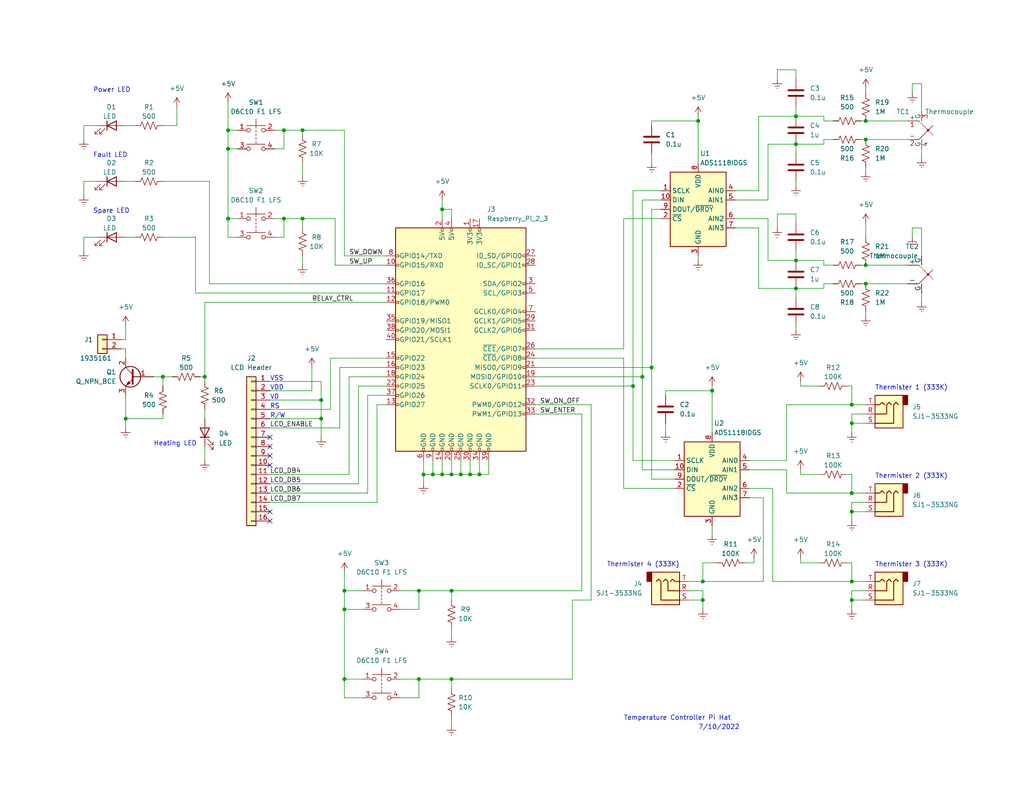
<source format=kicad_sch>
(kicad_sch (version 20211123) (generator eeschema)
  (paper "USLetter")
  (lib_symbols
    (symbol "Analog_ADC:ADS1118IDGS"
      (property "Reference" "U" (at 1.27 13.97 0))
      (property "Value" "ADS1118IDGS" (at 1.27 11.43 0))
      (symbol "ADS1118IDGS_1_1"
        (pin input line (at 10.16 5.08 180) (length 2.54) (name "SCLK") (number "1"))
        (pin input line (at 10.16 2.54 180) (length 2.54) (name "DIN") (number "10"))
        (pin input line (at 10.16 -2.54 180) (length 2.54) (name "~{CS}") (number "2"))
        (pin power_in line (at 0 -12.7 90) (length 2.54) (name "GND") (number "3"))
        (pin input line (at -10.16 5.08 0) (length 2.54) (name "AIN0") (number "4"))
        (pin input line (at -10.16 2.54 0) (length 2.54) (name "AIN1") (number "5"))
        (pin input line (at -10.16 -2.54 0) (length 2.54) (name "AIN2") (number "6"))
        (pin input line (at -10.16 -5.08 0) (length 2.54) (name "AIN3") (number "7"))
        (pin power_in line (at 0 12.7 270) (length 2.54) (name "VDD") (number "8"))
        (pin output line (at 10.16 0 180) (length 2.54) (name "DOUT/~{DRDY}") (number "9"))
      )
    )
    (symbol "Connector:AudioJack3"
      (property "Reference" "J" (at 0 8.89 0))
      (property "Value" "AudioJack3" (at 0 6.35 0))
      (symbol "AudioJack3_1_1"
        (pin passive line (at 5.08 0 180) (length 2.54) (name "~") (number "R"))
        (pin passive line (at 5.08 2.54 180) (length 2.54) (name "~") (number "S"))
        (pin passive line (at 5.08 -2.54 180) (length 2.54) (name "~") (number "T"))
      )
    )
    (symbol "Connector:Raspberry_Pi_2_3" (pin_names (offset 1.016))
      (property "Reference" "J" (at -17.78 31.75 0))
      (property "Value" "Raspberry_Pi_2_3" (at 10.16 -31.75 0))
      (symbol "Raspberry_Pi_2_3_1_1"
        (pin power_in line (at 2.54 33.02 270) (length 2.54) (name "3V3") (number "1"))
        (pin bidirectional line (at -20.32 20.32 0) (length 2.54) (name "GPIO15/RXD") (number "10"))
        (pin bidirectional line (at -20.32 12.7 0) (length 2.54) (name "GPIO17") (number "11"))
        (pin bidirectional line (at -20.32 10.16 0) (length 2.54) (name "GPIO18/PWM0") (number "12"))
        (pin bidirectional line (at -20.32 -17.78 0) (length 2.54) (name "GPIO27") (number "13"))
        (pin power_in line (at -5.08 -33.02 90) (length 2.54) (name "GND") (number "14"))
        (pin bidirectional line (at -20.32 -5.08 0) (length 2.54) (name "GPIO22") (number "15"))
        (pin bidirectional line (at -20.32 -7.62 0) (length 2.54) (name "GPIO23") (number "16"))
        (pin power_in line (at 5.08 33.02 270) (length 2.54) (name "3V3") (number "17"))
        (pin bidirectional line (at -20.32 -10.16 0) (length 2.54) (name "GPIO24") (number "18"))
        (pin bidirectional line (at 20.32 -10.16 180) (length 2.54) (name "MOSI0/GPIO10") (number "19"))
        (pin power_in line (at -5.08 33.02 270) (length 2.54) (name "5V") (number "2"))
        (pin power_in line (at -2.54 -33.02 90) (length 2.54) (name "GND") (number "20"))
        (pin bidirectional line (at 20.32 -7.62 180) (length 2.54) (name "MISO0/GPIO9") (number "21"))
        (pin bidirectional line (at -20.32 -12.7 0) (length 2.54) (name "GPIO25") (number "22"))
        (pin bidirectional line (at 20.32 -12.7 180) (length 2.54) (name "SCLK0/GPIO11") (number "23"))
        (pin bidirectional line (at 20.32 -5.08 180) (length 2.54) (name "~{CE0}/GPIO8") (number "24"))
        (pin power_in line (at 0 -33.02 90) (length 2.54) (name "GND") (number "25"))
        (pin bidirectional line (at 20.32 -2.54 180) (length 2.54) (name "~{CE1}/GPIO7") (number "26"))
        (pin bidirectional line (at 20.32 22.86 180) (length 2.54) (name "ID_SD/GPIO0") (number "27"))
        (pin bidirectional line (at 20.32 20.32 180) (length 2.54) (name "ID_SC/GPIO1") (number "28"))
        (pin bidirectional line (at 20.32 5.08 180) (length 2.54) (name "GCLK1/GPIO5") (number "29"))
        (pin bidirectional line (at 20.32 15.24 180) (length 2.54) (name "SDA/GPIO2") (number "3"))
        (pin power_in line (at 2.54 -33.02 90) (length 2.54) (name "GND") (number "30"))
        (pin bidirectional line (at 20.32 2.54 180) (length 2.54) (name "GCLK2/GPIO6") (number "31"))
        (pin bidirectional line (at 20.32 -17.78 180) (length 2.54) (name "PWM0/GPIO12") (number "32"))
        (pin bidirectional line (at 20.32 -20.32 180) (length 2.54) (name "PWM1/GPIO13") (number "33"))
        (pin power_in line (at 5.08 -33.02 90) (length 2.54) (name "GND") (number "34"))
        (pin bidirectional line (at -20.32 5.08 0) (length 2.54) (name "GPIO19/MISO1") (number "35"))
        (pin bidirectional line (at -20.32 15.24 0) (length 2.54) (name "GPIO16") (number "36"))
        (pin bidirectional line (at -20.32 -15.24 0) (length 2.54) (name "GPIO26") (number "37"))
        (pin bidirectional line (at -20.32 2.54 0) (length 2.54) (name "GPIO20/MOSI1") (number "38"))
        (pin power_in line (at 7.62 -33.02 90) (length 2.54) (name "GND") (number "39"))
        (pin power_in line (at -2.54 33.02 270) (length 2.54) (name "5V") (number "4"))
        (pin bidirectional line (at -20.32 0 0) (length 2.54) (name "GPIO21/SCLK1") (number "40"))
        (pin bidirectional line (at 20.32 12.7 180) (length 2.54) (name "SCL/GPIO3") (number "5"))
        (pin power_in line (at -10.16 -33.02 90) (length 2.54) (name "GND") (number "6"))
        (pin bidirectional line (at 20.32 7.62 180) (length 2.54) (name "GCLK0/GPIO4") (number "7"))
        (pin bidirectional line (at -20.32 22.86 0) (length 2.54) (name "GPIO14/TXD") (number "8"))
        (pin power_in line (at -7.62 -33.02 90) (length 2.54) (name "GND") (number "9"))
      )
    )
    (symbol "Connector_Generic:Conn_01x02" (pin_names (offset 1.016) hide)
      (property "Reference" "J" (at 0 2.54 0))
      (property "Value" "Conn_01x02" (at 0 -5.08 0))
      (symbol "Conn_01x02_1_1"
        (pin passive line (at -5.08 0 0) (length 3.81) (name "Pin_1") (number "1"))
        (pin passive line (at -5.08 -2.54 0) (length 3.81) (name "Pin_2") (number "2"))
      )
    )
    (symbol "Connector_Generic:Conn_01x16" (pin_names (offset 1.016) hide)
      (property "Reference" "J" (at 0 20.32 0))
      (property "Value" "Conn_01x16" (at 0 -22.86 0))
      (symbol "Conn_01x16_1_1"
        (pin passive line (at -5.08 17.78 0) (length 3.81) (name "Pin_1") (number "1"))
        (pin passive line (at -5.08 -5.08 0) (length 3.81) (name "Pin_10") (number "10"))
        (pin passive line (at -5.08 -7.62 0) (length 3.81) (name "Pin_11") (number "11"))
        (pin passive line (at -5.08 -10.16 0) (length 3.81) (name "Pin_12") (number "12"))
        (pin passive line (at -5.08 -12.7 0) (length 3.81) (name "Pin_13") (number "13"))
        (pin passive line (at -5.08 -15.24 0) (length 3.81) (name "Pin_14") (number "14"))
        (pin passive line (at -5.08 -17.78 0) (length 3.81) (name "Pin_15") (number "15"))
        (pin passive line (at -5.08 -20.32 0) (length 3.81) (name "Pin_16") (number "16"))
        (pin passive line (at -5.08 15.24 0) (length 3.81) (name "Pin_2") (number "2"))
        (pin passive line (at -5.08 12.7 0) (length 3.81) (name "Pin_3") (number "3"))
        (pin passive line (at -5.08 10.16 0) (length 3.81) (name "Pin_4") (number "4"))
        (pin passive line (at -5.08 7.62 0) (length 3.81) (name "Pin_5") (number "5"))
        (pin passive line (at -5.08 5.08 0) (length 3.81) (name "Pin_6") (number "6"))
        (pin passive line (at -5.08 2.54 0) (length 3.81) (name "Pin_7") (number "7"))
        (pin passive line (at -5.08 0 0) (length 3.81) (name "Pin_8") (number "8"))
        (pin passive line (at -5.08 -2.54 0) (length 3.81) (name "Pin_9") (number "9"))
      )
    )
    (symbol "Device:C" (pin_numbers hide) (pin_names (offset 0.254))
      (property "Reference" "C" (at 0.635 2.54 0))
      (property "Value" "C" (at 0.635 -2.54 0))
      (symbol "C_1_1"
        (pin passive line (at 0 3.81 270) (length 2.794) (name "~") (number "1"))
        (pin passive line (at 0 -3.81 90) (length 2.794) (name "~") (number "2"))
      )
    )
    (symbol "Device:LED" (pin_numbers hide) (pin_names (offset 1.016) hide)
      (property "Reference" "D" (at 0 2.54 0))
      (property "Value" "LED" (at 0 -2.54 0))
      (symbol "LED_1_1"
        (pin passive line (at -3.81 0 0) (length 2.54) (name "K") (number "1"))
        (pin passive line (at 3.81 0 180) (length 2.54) (name "A") (number "2"))
      )
    )
    (symbol "Device:Q_NPN_BCE" (pin_names (offset 0) hide)
      (property "Reference" "Q" (at 5.08 1.27 0))
      (property "Value" "Q_NPN_BCE" (at 5.08 -1.27 0))
      (symbol "Q_NPN_BCE_1_1"
        (pin input line (at -5.08 0 0) (length 5.715) (name "B") (number "1"))
        (pin passive line (at 2.54 5.08 270) (length 2.54) (name "C") (number "2"))
        (pin passive line (at 2.54 -5.08 90) (length 2.54) (name "E") (number "3"))
      )
    )
    (symbol "Device:R_US" (pin_numbers hide) (pin_names (offset 0))
      (property "Reference" "R" (at 2.54 0 90))
      (property "Value" "R_US" (at -2.54 0 90))
      (symbol "R_US_1_1"
        (pin passive line (at 0 3.81 270) (length 1.27) (name "~") (number "1"))
        (pin passive line (at 0 -3.81 90) (length 1.27) (name "~") (number "2"))
      )
    )
    (symbol "Device:Thermocouple" (pin_names (offset 0))
      (property "Reference" "TC?" (at 1.27 7.62 0))
      (property "Value" "Thermocouple" (at 6.35 5.08 0))
      (symbol "Thermocouple_1_1"
        (pin passive line (at 2.54 2.54 180) (length 2.54) (name "+") (number "1"))
        (pin passive line (at 2.54 -2.54 180) (length 2.54) (name "-") (number "2"))
        (pin passive line (at -1.27 5.08 270) (length 2.54) (name "G") (number "3"))
        (pin passive line (at -1.27 -5.08 90) (length 2.54) (name "G") (number "4"))
      )
    )
    (symbol "Switch:SW_Push_Dual" (pin_names (offset 1.016) hide)
      (property "Reference" "SW" (at 1.27 2.54 0))
      (property "Value" "SW_Push_Dual" (at 0 -6.858 0))
      (symbol "SW_Push_Dual_0_1"
        (pin passive line (at -5.08 0 0) (length 2.54) (name "1") (number "1"))
        (pin passive line (at 5.08 0 180) (length 2.54) (name "2") (number "2"))
        (pin passive line (at -5.08 -5.08 0) (length 2.54) (name "3") (number "3"))
        (pin passive line (at 5.08 -5.08 180) (length 2.54) (name "4") (number "4"))
      )
    )
    (symbol "Thermocouple_1" (pin_numbers hide) (pin_names (offset 0))
      (property "Reference" "TC?" (at 1.27 7.62 0))
      (property "Value" "Thermocouple_1" (at 6.35 5.08 0))
      (symbol "Thermocouple_1_1_1"
        (pin passive line (at 2.54 2.54 180) (length 2.54) (name "+") (number "1"))
        (pin passive line (at 2.54 -2.54 180) (length 2.54) (name "-") (number "2"))
        (pin passive line (at -1.27 5.08 270) (length 2.54) (name "G") (number "3"))
        (pin passive line (at -1.27 -5.08 90) (length 2.54) (name "G") (number "4"))
      )
    )
    (symbol "power:+5V" (power) (pin_names (offset 0))
      (property "Value" "+5V" (at 0 3.556 0))
      (symbol "+5V_1_1"
        (pin power_in line (at 0 0 90) (length 0) hide (name "+5V") (number "1"))
      )
    )
    (symbol "power:GNDREF" (power) (pin_names (offset 0))
      (property "Value" "GNDREF" (at 0 -3.81 0))
      (symbol "GNDREF_1_1"
        (pin power_in line (at 0 0 270) (length 0) hide (name "GNDREF") (number "1"))
      )
    )
  )
  (junction (at 125.73 129.54))
  (junction (at 77.47 35.56))
  (junction (at 232.41 115.57))
  (junction (at 118.11 129.54))
  (junction (at 190.5 33.02))
  (junction (at 82.55 59.69))
  (junction (at 232.41 110.49))
  (junction (at 87.63 109.22))
  (junction (at 55.88 102.87))
  (junction (at 232.41 134.62))
  (junction (at 114.3 185.42))
  (junction (at 128.27 129.54))
  (junction (at 93.98 166.37))
  (junction (at 62.23 40.64))
  (junction (at 120.65 129.54))
  (junction (at 93.98 161.29))
  (junction (at 194.31 106.68))
  (junction (at 232.41 139.7))
  (junction (at 123.19 161.29))
  (junction (at 236.22 77.47))
  (junction (at 82.55 35.56))
  (junction (at 34.29 114.3))
  (junction (at 232.41 163.83))
  (junction (at 232.41 158.75))
  (junction (at 44.45 102.87))
  (junction (at 236.22 33.02))
  (junction (at 217.17 78.74))
  (junction (at 191.77 163.83))
  (junction (at 62.23 35.56))
  (junction (at 123.19 129.54))
  (junction (at 191.77 158.75))
  (junction (at 93.98 185.42))
  (junction (at 120.65 57.15))
  (junction (at 115.57 129.54))
  (junction (at 175.26 102.87))
  (junction (at 217.17 31.75))
  (junction (at 123.19 185.42))
  (junction (at 236.22 72.39))
  (junction (at 217.17 39.37))
  (junction (at 62.23 59.69))
  (junction (at 217.17 71.12))
  (junction (at 172.72 105.41))
  (junction (at 130.81 129.54))
  (junction (at 177.8 100.33))
  (junction (at 77.47 59.69))
  (junction (at 114.3 161.29))
  (junction (at 236.22 38.1))
  (junction (at 87.63 114.3))
  (no_connect (at 73.66 142.24))
  (no_connect (at 73.66 139.7))
  (no_connect (at 73.66 121.92))
  (no_connect (at 73.66 119.38))
  (no_connect (at 73.66 124.46))
  (no_connect (at 73.66 127))
  (wire (pts (xy 44.45 64.77) (xy 53.34 64.77)))
  (wire (pts (xy 232.41 129.54) (xy 232.41 134.62)))
  (wire (pts (xy 93.98 69.85) (xy 105.41 69.85)))
  (wire (pts (xy 115.57 129.54) (xy 115.57 132.08)))
  (wire (pts (xy 251.46 30.48) (xy 251.46 22.86)))
  (wire (pts (xy 120.65 125.73) (xy 120.65 129.54)))
  (wire (pts (xy 73.66 137.16) (xy 102.87 137.16)))
  (wire (pts (xy 217.17 88.9) (xy 217.17 90.17)))
  (wire (pts (xy 232.41 134.62) (xy 236.22 134.62)))
  (wire (pts (xy 251.46 80.01) (xy 251.46 82.55)))
  (wire (pts (xy 209.55 59.69) (xy 209.55 71.12)))
  (wire (pts (xy 118.11 129.54) (xy 120.65 129.54)))
  (wire (pts (xy 232.41 153.67) (xy 232.41 158.75)))
  (wire (pts (xy 232.41 139.7) (xy 232.41 142.24)))
  (wire (pts (xy 115.57 125.73) (xy 115.57 129.54)))
  (wire (pts (xy 82.55 35.56) (xy 93.98 35.56)))
  (wire (pts (xy 190.5 33.02) (xy 190.5 44.45)))
  (wire (pts (xy 55.88 82.55) (xy 105.41 82.55)))
  (wire (pts (xy 236.22 115.57) (xy 232.41 115.57)))
  (wire (pts (xy 212.09 58.42) (xy 217.17 58.42)))
  (wire (pts (xy 74.93 59.69) (xy 77.47 59.69)))
  (wire (pts (xy 125.73 125.73) (xy 125.73 129.54)))
  (wire (pts (xy 73.66 111.76) (xy 90.17 111.76)))
  (wire (pts (xy 224.79 72.39) (xy 224.79 71.12)))
  (wire (pts (xy 62.23 64.77) (xy 64.77 64.77)))
  (wire (pts (xy 62.23 35.56) (xy 64.77 35.56)))
  (wire (pts (xy 36.83 64.77) (xy 34.29 64.77)))
  (wire (pts (xy 22.86 34.29) (xy 26.67 34.29)))
  (wire (pts (xy 232.41 161.29) (xy 232.41 163.83)))
  (wire (pts (xy 170.18 59.69) (xy 180.34 59.69)))
  (wire (pts (xy 210.82 133.35) (xy 210.82 158.75)))
  (wire (pts (xy 146.05 110.49) (xy 161.29 110.49)))
  (wire (pts (xy 214.63 128.27) (xy 214.63 134.62)))
  (wire (pts (xy 227.33 72.39) (xy 224.79 72.39)))
  (wire (pts (xy 170.18 95.25) (xy 170.18 59.69)))
  (wire (pts (xy 236.22 85.09) (xy 236.22 86.36)))
  (wire (pts (xy 100.33 134.62) (xy 73.66 134.62)))
  (wire (pts (xy 204.47 133.35) (xy 210.82 133.35)))
  (wire (pts (xy 232.41 105.41) (xy 231.14 105.41)))
  (wire (pts (xy 82.55 44.45) (xy 82.55 48.26)))
  (wire (pts (xy 204.47 125.73) (xy 214.63 125.73)))
  (wire (pts (xy 224.79 78.74) (xy 217.17 78.74)))
  (wire (pts (xy 236.22 139.7) (xy 232.41 139.7)))
  (wire (pts (xy 74.93 40.64) (xy 77.47 40.64)))
  (wire (pts (xy 210.82 158.75) (xy 232.41 158.75)))
  (wire (pts (xy 82.55 59.69) (xy 91.44 59.69)))
  (wire (pts (xy 73.66 116.84) (xy 92.71 116.84)))
  (wire (pts (xy 209.55 59.69) (xy 200.66 59.69)))
  (wire (pts (xy 232.41 115.57) (xy 232.41 118.11)))
  (wire (pts (xy 236.22 45.72) (xy 236.22 46.99)))
  (wire (pts (xy 33.02 95.25) (xy 34.29 95.25)))
  (wire (pts (xy 236.22 33.02) (xy 247.65 33.02)))
  (wire (pts (xy 217.17 78.74) (xy 217.17 81.28)))
  (wire (pts (xy 114.3 185.42) (xy 123.19 185.42)))
  (wire (pts (xy 92.71 116.84) (xy 92.71 100.33)))
  (wire (pts (xy 175.26 102.87) (xy 175.26 128.27)))
  (wire (pts (xy 175.26 128.27) (xy 184.15 128.27)))
  (wire (pts (xy 207.01 62.23) (xy 200.66 62.23)))
  (wire (pts (xy 218.44 105.41) (xy 223.52 105.41)))
  (wire (pts (xy 93.98 166.37) (xy 93.98 185.42)))
  (wire (pts (xy 34.29 114.3) (xy 34.29 107.95)))
  (wire (pts (xy 82.55 69.85) (xy 82.55 72.39)))
  (wire (pts (xy 191.77 153.67) (xy 195.58 153.67)))
  (wire (pts (xy 73.66 106.68) (xy 85.09 106.68)))
  (wire (pts (xy 203.2 153.67) (xy 205.74 153.67)))
  (wire (pts (xy 82.55 59.69) (xy 82.55 62.23)))
  (wire (pts (xy 120.65 57.15) (xy 120.65 59.69)))
  (wire (pts (xy 218.44 152.4) (xy 218.44 153.67)))
  (wire (pts (xy 125.73 129.54) (xy 128.27 129.54)))
  (wire (pts (xy 57.15 49.53) (xy 57.15 77.47)))
  (wire (pts (xy 212.09 62.23) (xy 212.09 58.42)))
  (wire (pts (xy 77.47 40.64) (xy 77.47 35.56)))
  (wire (pts (xy 55.88 111.76) (xy 55.88 114.3)))
  (wire (pts (xy 91.44 72.39) (xy 105.41 72.39)))
  (wire (pts (xy 123.19 129.54) (xy 125.73 129.54)))
  (wire (pts (xy 93.98 161.29) (xy 99.06 161.29)))
  (wire (pts (xy 251.46 62.23) (xy 251.46 69.85)))
  (wire (pts (xy 190.5 71.12) (xy 190.5 69.85)))
  (wire (pts (xy 93.98 156.21) (xy 93.98 161.29)))
  (wire (pts (xy 109.22 166.37) (xy 114.3 166.37)))
  (wire (pts (xy 146.05 97.79) (xy 170.18 97.79)))
  (wire (pts (xy 74.93 35.56) (xy 77.47 35.56)))
  (wire (pts (xy 109.22 190.5) (xy 114.3 190.5)))
  (wire (pts (xy 232.41 129.54) (xy 231.14 129.54)))
  (wire (pts (xy 191.77 163.83) (xy 191.77 166.37)))
  (wire (pts (xy 133.35 129.54) (xy 133.35 125.73)))
  (wire (pts (xy 22.86 49.53) (xy 26.67 49.53)))
  (wire (pts (xy 236.22 113.03) (xy 232.41 113.03)))
  (wire (pts (xy 177.8 130.81) (xy 184.15 130.81)))
  (wire (pts (xy 146.05 113.03) (xy 158.75 113.03)))
  (wire (pts (xy 102.87 137.16) (xy 102.87 110.49)))
  (wire (pts (xy 73.66 109.22) (xy 87.63 109.22)))
  (wire (pts (xy 120.65 129.54) (xy 123.19 129.54)))
  (wire (pts (xy 177.8 33.02) (xy 190.5 33.02)))
  (wire (pts (xy 217.17 39.37) (xy 209.55 39.37)))
  (wire (pts (xy 93.98 35.56) (xy 93.98 69.85)))
  (wire (pts (xy 146.05 95.25) (xy 170.18 95.25)))
  (wire (pts (xy 212.09 19.05) (xy 217.17 19.05)))
  (wire (pts (xy 251.46 40.64) (xy 251.46 43.18)))
  (wire (pts (xy 115.57 129.54) (xy 118.11 129.54)))
  (wire (pts (xy 234.95 72.39) (xy 236.22 72.39)))
  (wire (pts (xy 177.8 34.29) (xy 177.8 33.02)))
  (wire (pts (xy 73.66 104.14) (xy 87.63 104.14)))
  (wire (pts (xy 34.29 114.3) (xy 34.29 116.84)))
  (wire (pts (xy 205.74 152.4) (xy 205.74 153.67)))
  (wire (pts (xy 55.88 121.92) (xy 55.88 125.73)))
  (wire (pts (xy 194.31 106.68) (xy 194.31 118.11)))
  (wire (pts (xy 207.01 52.07) (xy 200.66 52.07)))
  (wire (pts (xy 87.63 109.22) (xy 87.63 114.3)))
  (wire (pts (xy 218.44 129.54) (xy 223.52 129.54)))
  (wire (pts (xy 109.22 161.29) (xy 114.3 161.29)))
  (wire (pts (xy 128.27 125.73) (xy 128.27 129.54)))
  (wire (pts (xy 22.86 34.29) (xy 22.86 38.1)))
  (wire (pts (xy 62.23 59.69) (xy 64.77 59.69)))
  (wire (pts (xy 236.22 137.16) (xy 232.41 137.16)))
  (wire (pts (xy 214.63 110.49) (xy 214.63 125.73)))
  (wire (pts (xy 95.25 102.87) (xy 95.25 129.54)))
  (wire (pts (xy 217.17 39.37) (xy 217.17 41.91)))
  (wire (pts (xy 248.92 22.86) (xy 248.92 25.4)))
  (wire (pts (xy 236.22 38.1) (xy 247.65 38.1)))
  (wire (pts (xy 209.55 39.37) (xy 209.55 54.61)))
  (wire (pts (xy 172.72 125.73) (xy 184.15 125.73)))
  (wire (pts (xy 73.66 132.08) (xy 97.79 132.08)))
  (wire (pts (xy 130.81 125.73) (xy 130.81 129.54)))
  (wire (pts (xy 44.45 114.3) (xy 34.29 114.3)))
  (wire (pts (xy 93.98 161.29) (xy 93.98 166.37)))
  (wire (pts (xy 232.41 110.49) (xy 214.63 110.49)))
  (wire (pts (xy 190.5 31.75) (xy 190.5 33.02)))
  (wire (pts (xy 82.55 35.56) (xy 77.47 35.56)))
  (wire (pts (xy 46.99 102.87) (xy 44.45 102.87)))
  (wire (pts (xy 191.77 158.75) (xy 187.96 158.75)))
  (wire (pts (xy 34.29 92.71) (xy 33.02 92.71)))
  (wire (pts (xy 123.19 57.15) (xy 123.19 59.69)))
  (wire (pts (xy 62.23 27.94) (xy 62.23 35.56)))
  (wire (pts (xy 44.45 102.87) (xy 41.91 102.87)))
  (wire (pts (xy 217.17 31.75) (xy 207.01 31.75)))
  (wire (pts (xy 36.83 49.53) (xy 34.29 49.53)))
  (wire (pts (xy 209.55 71.12) (xy 217.17 71.12)))
  (wire (pts (xy 22.86 64.77) (xy 26.67 64.77)))
  (wire (pts (xy 156.21 163.83) (xy 156.21 185.42)))
  (wire (pts (xy 175.26 54.61) (xy 175.26 102.87)))
  (wire (pts (xy 207.01 78.74) (xy 217.17 78.74)))
  (wire (pts (xy 234.95 38.1) (xy 236.22 38.1)))
  (wire (pts (xy 224.79 31.75) (xy 217.17 31.75)))
  (wire (pts (xy 53.34 80.01) (xy 105.41 80.01)))
  (wire (pts (xy 53.34 64.77) (xy 53.34 80.01)))
  (wire (pts (xy 62.23 35.56) (xy 62.23 40.64)))
  (wire (pts (xy 87.63 114.3) (xy 87.63 119.38)))
  (wire (pts (xy 77.47 59.69) (xy 82.55 59.69)))
  (wire (pts (xy 123.19 171.45) (xy 123.19 173.99)))
  (wire (pts (xy 95.25 102.87) (xy 105.41 102.87)))
  (wire (pts (xy 118.11 125.73) (xy 118.11 129.54)))
  (wire (pts (xy 191.77 158.75) (xy 208.28 158.75)))
  (wire (pts (xy 172.72 52.07) (xy 172.72 105.41)))
  (wire (pts (xy 55.88 102.87) (xy 55.88 104.14)))
  (wire (pts (xy 62.23 40.64) (xy 62.23 59.69)))
  (wire (pts (xy 123.19 195.58) (xy 123.19 198.12)))
  (wire (pts (xy 82.55 36.83) (xy 82.55 35.56)))
  (wire (pts (xy 175.26 54.61) (xy 180.34 54.61)))
  (wire (pts (xy 217.17 19.05) (xy 217.17 21.59)))
  (wire (pts (xy 191.77 153.67) (xy 191.77 158.75)))
  (wire (pts (xy 48.26 29.21) (xy 48.26 34.29)))
  (wire (pts (xy 177.8 100.33) (xy 177.8 130.81)))
  (wire (pts (xy 232.41 113.03) (xy 232.41 115.57)))
  (wire (pts (xy 172.72 52.07) (xy 180.34 52.07)))
  (wire (pts (xy 194.31 143.51) (xy 194.31 146.05)))
  (wire (pts (xy 93.98 185.42) (xy 93.98 190.5)))
  (wire (pts (xy 224.79 77.47) (xy 224.79 78.74)))
  (wire (pts (xy 161.29 163.83) (xy 156.21 163.83)))
  (wire (pts (xy 212.09 21.59) (xy 212.09 19.05)))
  (wire (pts (xy 44.45 113.03) (xy 44.45 114.3)))
  (wire (pts (xy 123.19 161.29) (xy 123.19 163.83)))
  (wire (pts (xy 224.79 38.1) (xy 224.79 39.37)))
  (wire (pts (xy 208.28 135.89) (xy 208.28 158.75)))
  (wire (pts (xy 187.96 161.29) (xy 191.77 161.29)))
  (wire (pts (xy 207.01 62.23) (xy 207.01 78.74)))
  (wire (pts (xy 218.44 128.27) (xy 218.44 129.54)))
  (wire (pts (xy 204.47 128.27) (xy 214.63 128.27)))
  (wire (pts (xy 161.29 110.49) (xy 161.29 163.83)))
  (wire (pts (xy 209.55 54.61) (xy 200.66 54.61)))
  (wire (pts (xy 236.22 24.13) (xy 236.22 25.4)))
  (wire (pts (xy 218.44 153.67) (xy 223.52 153.67)))
  (wire (pts (xy 251.46 22.86) (xy 248.92 22.86)))
  (wire (pts (xy 177.8 41.91) (xy 177.8 44.45)))
  (wire (pts (xy 191.77 161.29) (xy 191.77 163.83)))
  (wire (pts (xy 232.41 105.41) (xy 232.41 110.49)))
  (wire (pts (xy 232.41 153.67) (xy 231.14 153.67)))
  (wire (pts (xy 92.71 100.33) (xy 105.41 100.33)))
  (wire (pts (xy 146.05 102.87) (xy 175.26 102.87)))
  (wire (pts (xy 100.33 107.95) (xy 100.33 134.62)))
  (wire (pts (xy 34.29 95.25) (xy 34.29 97.79)))
  (wire (pts (xy 44.45 49.53) (xy 57.15 49.53)))
  (wire (pts (xy 232.41 110.49) (xy 236.22 110.49)))
  (wire (pts (xy 123.19 161.29) (xy 158.75 161.29)))
  (wire (pts (xy 91.44 59.69) (xy 91.44 72.39)))
  (wire (pts (xy 217.17 58.42) (xy 217.17 60.96)))
  (wire (pts (xy 93.98 166.37) (xy 99.06 166.37)))
  (wire (pts (xy 236.22 163.83) (xy 232.41 163.83)))
  (wire (pts (xy 207.01 31.75) (xy 207.01 52.07)))
  (wire (pts (xy 181.61 107.95) (xy 181.61 106.68)))
  (wire (pts (xy 120.65 57.15) (xy 123.19 57.15)))
  (wire (pts (xy 130.81 129.54) (xy 133.35 129.54)))
  (wire (pts (xy 97.79 132.08) (xy 97.79 105.41)))
  (wire (pts (xy 123.19 125.73) (xy 123.19 129.54)))
  (wire (pts (xy 22.86 49.53) (xy 22.86 53.34)))
  (wire (pts (xy 236.22 60.96) (xy 236.22 64.77)))
  (wire (pts (xy 224.79 71.12) (xy 217.17 71.12)))
  (wire (pts (xy 22.86 64.77) (xy 22.86 68.58)))
  (wire (pts (xy 234.95 77.47) (xy 236.22 77.47)))
  (wire (pts (xy 57.15 77.47) (xy 105.41 77.47)))
  (wire (pts (xy 170.18 133.35) (xy 184.15 133.35)))
  (wire (pts (xy 224.79 33.02) (xy 224.79 31.75)))
  (wire (pts (xy 248.92 62.23) (xy 251.46 62.23)))
  (wire (pts (xy 236.22 77.47) (xy 247.65 77.47)))
  (wire (pts (xy 128.27 129.54) (xy 130.81 129.54)))
  (wire (pts (xy 204.47 135.89) (xy 208.28 135.89)))
  (wire (pts (xy 54.61 102.87) (xy 55.88 102.87)))
  (wire (pts (xy 73.66 114.3) (xy 87.63 114.3)))
  (wire (pts (xy 34.29 88.9) (xy 34.29 92.71)))
  (wire (pts (xy 177.8 57.15) (xy 180.34 57.15)))
  (wire (pts (xy 218.44 104.14) (xy 218.44 105.41)))
  (wire (pts (xy 217.17 68.58) (xy 217.17 71.12)))
  (wire (pts (xy 227.33 33.02) (xy 224.79 33.02)))
  (wire (pts (xy 120.65 54.61) (xy 120.65 57.15)))
  (wire (pts (xy 93.98 185.42) (xy 99.06 185.42)))
  (wire (pts (xy 55.88 102.87) (xy 55.88 82.55)))
  (wire (pts (xy 187.96 163.83) (xy 191.77 163.83)))
  (wire (pts (xy 62.23 59.69) (xy 62.23 64.77)))
  (wire (pts (xy 123.19 185.42) (xy 123.19 187.96)))
  (wire (pts (xy 93.98 190.5) (xy 99.06 190.5)))
  (wire (pts (xy 232.41 163.83) (xy 232.41 166.37)))
  (wire (pts (xy 90.17 97.79) (xy 105.41 97.79)))
  (wire (pts (xy 36.83 34.29) (xy 34.29 34.29)))
  (wire (pts (xy 90.17 111.76) (xy 90.17 97.79)))
  (wire (pts (xy 181.61 106.68) (xy 194.31 106.68)))
  (wire (pts (xy 146.05 100.33) (xy 177.8 100.33)))
  (wire (pts (xy 158.75 113.03) (xy 158.75 161.29)))
  (wire (pts (xy 214.63 134.62) (xy 232.41 134.62)))
  (wire (pts (xy 172.72 105.41) (xy 172.72 125.73)))
  (wire (pts (xy 177.8 57.15) (xy 177.8 100.33)))
  (wire (pts (xy 181.61 115.57) (xy 181.61 118.11)))
  (wire (pts (xy 77.47 64.77) (xy 77.47 59.69)))
  (wire (pts (xy 248.92 64.77) (xy 248.92 62.23)))
  (wire (pts (xy 85.09 100.33) (xy 85.09 106.68)))
  (wire (pts (xy 170.18 97.79) (xy 170.18 133.35)))
  (wire (pts (xy 232.41 137.16) (xy 232.41 139.7)))
  (wire (pts (xy 114.3 190.5) (xy 114.3 185.42)))
  (wire (pts (xy 87.63 104.14) (xy 87.63 109.22)))
  (wire (pts (xy 217.17 49.53) (xy 217.17 50.8)))
  (wire (pts (xy 102.87 110.49) (xy 105.41 110.49)))
  (wire (pts (xy 74.93 64.77) (xy 77.47 64.77)))
  (wire (pts (xy 114.3 166.37) (xy 114.3 161.29)))
  (wire (pts (xy 236.22 161.29) (xy 232.41 161.29)))
  (wire (pts (xy 227.33 77.47) (xy 224.79 77.47)))
  (wire (pts (xy 217.17 29.21) (xy 217.17 31.75)))
  (wire (pts (xy 114.3 161.29) (xy 123.19 161.29)))
  (wire (pts (xy 232.41 158.75) (xy 236.22 158.75)))
  (wire (pts (xy 236.22 72.39) (xy 247.65 72.39)))
  (wire (pts (xy 146.05 105.41) (xy 172.72 105.41)))
  (wire (pts (xy 44.45 34.29) (xy 48.26 34.29)))
  (wire (pts (xy 224.79 39.37) (xy 217.17 39.37)))
  (wire (pts (xy 194.31 105.41) (xy 194.31 106.68)))
  (wire (pts (xy 227.33 38.1) (xy 224.79 38.1)))
  (wire (pts (xy 100.33 107.95) (xy 105.41 107.95)))
  (wire (pts (xy 62.23 40.64) (xy 64.77 40.64)))
  (wire (pts (xy 44.45 102.87) (xy 44.45 105.41)))
  (wire (pts (xy 234.95 33.02) (xy 236.22 33.02)))
  (wire (pts (xy 156.21 185.42) (xy 123.19 185.42)))
  (wire (pts (xy 95.25 129.54) (xy 73.66 129.54)))
  (wire (pts (xy 109.22 185.42) (xy 114.3 185.42)))
  (wire (pts (xy 97.79 105.41) (xy 105.41 105.41)))
  (text "Heating LED" (at 41.91 121.92 0) (effects (font (size 1.27 1.27)) (justify left bottom)))
  (text "Thermister 2 (333K)" (at 238.76 130.81 0) (effects (font (size 1.27 1.27)) (justify left bottom)))
  (text "VSS" (at 73.66 104.14 0) (effects (font (size 1.27 1.27)) (justify left bottom)))
  (text "V0" (at 73.66 109.22 0) (effects (font (size 1.27 1.27)) (justify left bottom)))
  (text "VDD" (at 73.66 106.68 0) (effects (font (size 1.27 1.27)) (justify left bottom)))
  (text "RS" (at 73.66 111.76 0) (effects (font (size 1.27 1.27)) (justify left bottom)))
  (text "Fault LED" (at 25.4 43.18 0) (effects (font (size 1.27 1.27)) (justify left bottom)))
  (text "Temperature Controller Pi Hat" (at 170.18 196.85 0) (effects (font (size 1.27 1.27)) (justify left bottom)))
  (text "Thermister 1 (333K)" (at 238.76 106.68 0) (effects (font (size 1.27 1.27)) (justify left bottom)))
  (text "Thermister 4 (333K)" (at 185.42 154.94 180) (effects (font (size 1.27 1.27)) (justify right bottom)))
  (text "Thermister 3 (333K)" (at 238.76 154.94 0) (effects (font (size 1.27 1.27)) (justify left bottom)))
  (text "Power LED" (at 25.4 25.4 0) (effects (font (size 1.27 1.27)) (justify left bottom)))
  (text "R/W" (at 73.66 114.3 0) (effects (font (size 1.27 1.27)) (justify left bottom)))
  (text "7/10/2022" (at 190.5 199.39 0) (effects (font (size 1.27 1.27)) (justify left bottom)))
  (text "Spare LED\n" (at 25.4 58.42 0) (effects (font (size 1.27 1.27)) (justify left bottom)))
  (label "SW_DOWN" (at 95.25 69.85 0))
  (label "LCD_ENABLE" (at 73.66 116.84 0))
  (label "LCD_DB5" (at 73.66 132.08 0))
  (label "RELAY_CTRL" (at 85.09 82.55 0))
  (label "SW_UP" (at 95.25 72.39 0))
  (label "SW_ON_OFF" (at 147.32 110.49 0))
  (label "LCD_DB7" (at 73.66 137.16 0))
  (label "SW_ENTER" (at 147.32 113.03 0))
  (label "LCD_DB6" (at 73.66 134.62 0))
  (label "LCD_DB4" (at 73.66 129.54 0))
  (symbol (lib_id "power:+5V") (at 34.29 88.9 0) (mirror y) (unit 1)
    (property "Reference" "#PWR0104" (effects hide))
    (property "Value" "+5V" (at 34.29 83.82 0))
  )
  (symbol (lib_id "power:GNDREF") (at 236.22 46.99 0) (unit 1)
    (property "Reference" "#PWR0121" (effects hide))
    (property "Value" "GNDREF" (effects hide))
  )
  (symbol (lib_id "power:GNDREF") (at 55.88 125.73 0) (unit 1)
    (property "Reference" "#PWR0116" (effects hide))
    (property "Value" "GNDREF" (effects hide))
  )
  (symbol (lib_id "power:GNDREF") (at 251.46 43.18 0) (unit 1)
    (property "Reference" "#PWR0141" (effects hide))
    (property "Value" "GNDREF" (effects hide))
  )
  (symbol (lib_id "power:GNDREF") (at 232.41 118.11 0) (unit 1)
    (property "Reference" "#PWR0118" (effects hide))
    (property "Value" "GNDREF" (effects hide))
  )
  (symbol (lib_id "Device:LED") (at 55.88 118.11 90) (unit 1)
    (property "Reference" "D4" (at 59.69 118.4274 90) (effects (justify right)))
    (property "Value" "LED" (at 59.69 120.9674 90) (effects (justify right)))
    (property "Footprint" "LED_THT:LED_D3.0mm_FlatTop" (effects hide))
  )
  (symbol (lib_id "power:GNDREF") (at 87.63 119.38 0) (unit 1)
    (property "Reference" "#PWR0117" (effects hide))
    (property "Value" "GNDREF" (effects hide))
  )
  (symbol (lib_id "Connector:AudioJack3") (at 241.3 113.03 180) (unit 1)
    (property "Reference" "J5" (at 248.92 111.1249 0) (effects (justify right)))
    (property "Value" "SJ1-3533NG" (at 248.92 113.6649 0) (effects (justify right)))
    (property "Footprint" "Connector_Audio:Jack_3.5mm_CUI_SJ1-3533NG_Horizontal" (effects hide))
  )
  (symbol (lib_id "power:+5V") (at 93.98 156.21 0) (mirror y) (unit 1)
    (property "Reference" "#PWR0101" (effects hide))
    (property "Value" "+5V" (at 93.98 151.13 0))
  )
  (symbol (lib_id "Device:R_US") (at 227.33 153.67 90) (unit 1)
    (property "Reference" "R14" (at 227.33 148.59 90))
    (property "Value" "100K" (at 227.33 151.13 90))
    (property "Footprint" "Resistor_THT:R_Axial_DIN0411_L9.9mm_D3.6mm_P12.70mm_Horizontal" (effects hide))
  )
  (symbol (lib_id "Analog_ADC:ADS1118IDGS") (at 190.5 57.15 0) (mirror y) (unit 1)
    (property "Reference" "U1" (at 191.0206 41.91 0) (effects (justify right)))
    (property "Value" "ADS1118IDGS" (at 191.0206 44.45 0) (effects (justify right)))
    (property "Footprint" "Package_SO:TSSOP-10_3x3mm_P0.5mm" (effects hide))
    (property "Datasheet" "http://www.ti.com/lit/ds/symlink/ads1118.pdf" (effects hide))
  )
  (symbol (lib_id "Device:C") (at 217.17 64.77 0) (unit 1)
    (property "Reference" "C6" (at 220.98 63.4999 0) (effects (justify left)))
    (property "Value" "0.1u" (at 220.98 66.0399 0) (effects (justify left)))
    (property "Footprint" "Capacitor_THT:C_Rect_L7.2mm_W3.5mm_P5.00mm_FKS2_FKP2_MKS2_MKP2" (effects hide))
  )
  (symbol (lib_id "power:GNDREF") (at 236.22 86.36 0) (unit 1)
    (property "Reference" "#PWR0138" (effects hide))
    (property "Value" "GNDREF" (effects hide))
  )
  (symbol (lib_id "Device:R_US") (at 40.64 49.53 270) (unit 1)
    (property "Reference" "R2" (at 40.64 44.45 90))
    (property "Value" "500" (at 40.64 46.99 90))
    (property "Footprint" "Resistor_THT:R_Axial_DIN0411_L9.9mm_D3.6mm_P12.70mm_Horizontal" (effects hide))
  )
  (symbol (lib_id "Device:R_US") (at 227.33 129.54 90) (unit 1)
    (property "Reference" "R13" (at 227.33 124.46 90))
    (property "Value" "100K" (at 227.33 127 90))
    (property "Footprint" "Resistor_THT:R_Axial_DIN0411_L9.9mm_D3.6mm_P12.70mm_Horizontal" (effects hide))
  )
  (symbol (lib_id "Device:R_US") (at 231.14 33.02 90) (unit 1)
    (property "Reference" "R15" (at 231.14 26.67 90))
    (property "Value" "500" (at 231.14 29.21 90))
    (property "Footprint" "Resistor_THT:R_Axial_DIN0411_L9.9mm_D3.6mm_P12.70mm_Horizontal" (effects hide))
  )
  (symbol (lib_id "Device:R_US") (at 40.64 34.29 270) (unit 1)
    (property "Reference" "R1" (at 40.64 29.21 90))
    (property "Value" "500" (at 40.64 31.75 90))
    (property "Footprint" "Resistor_THT:R_Axial_DIN0411_L9.9mm_D3.6mm_P12.70mm_Horizontal" (effects hide))
  )
  (symbol (lib_id "power:GNDREF") (at 217.17 90.17 0) (unit 1)
    (property "Reference" "#PWR0140" (effects hide))
    (property "Value" "GNDREF" (effects hide))
  )
  (symbol (lib_id "Connector:AudioJack3") (at 182.88 161.29 0) (mirror x) (unit 1)
    (property "Reference" "J4" (at 175.26 159.3849 0) (effects (justify right)))
    (property "Value" "SJ1-3533NG" (at 175.26 161.9249 0) (effects (justify right)))
    (property "Footprint" "Connector_Audio:Jack_3.5mm_CUI_SJ1-3533NG_Horizontal" (effects hide))
  )
  (symbol (lib_id "Device:R_US") (at 82.55 66.04 0) (unit 1)
    (property "Reference" "R8" (at 86.36 64.77 0))
    (property "Value" "10K" (at 86.36 67.31 0))
    (property "Footprint" "Resistor_THT:R_Axial_DIN0411_L9.9mm_D3.6mm_P12.70mm_Horizontal" (effects hide))
  )
  (symbol (lib_id "Device:R_US") (at 236.22 29.21 0) (unit 1)
    (property "Reference" "R19" (at 238.76 27.9399 0) (effects (justify left)))
    (property "Value" "1M" (at 238.76 30.4799 0) (effects (justify left)))
    (property "Footprint" "Resistor_THT:R_Axial_DIN0411_L9.9mm_D3.6mm_P12.70mm_Horizontal" (effects hide))
  )
  (symbol (lib_id "Device:R_US") (at 231.14 38.1 270) (unit 1)
    (property "Reference" "R16" (at 231.14 43.18 90))
    (property "Value" "500" (at 231.14 40.64 90))
    (property "Footprint" "Resistor_THT:R_Axial_DIN0411_L9.9mm_D3.6mm_P12.70mm_Horizontal" (effects hide))
  )
  (symbol (lib_id "Switch:SW_Push_Dual") (at 69.85 35.56 0) (unit 1)
    (property "Reference" "SW1" (at 69.85 27.94 0))
    (property "Value" "D6C10 F1 LFS" (at 69.85 30.48 0))
    (property "Footprint" "Button_Switch_THT:Push_E-Switch_KS01Q01" (effects hide))
  )
  (symbol (lib_id "Connector:Raspberry_Pi_2_3") (at 125.73 92.71 0) (unit 1)
    (property "Reference" "J3" (at 132.8294 57.15 0) (effects (justify left)))
    (property "Value" "Raspberry_Pi_2_3" (at 132.8294 59.69 0) (effects (justify left)))
    (property "Footprint" "Connector_PinHeader_2.54mm:PinHeader_2x20_P2.54mm_Vertical" (effects hide))
    (property "Datasheet" "https://www.raspberrypi.org/documentation/hardware/raspberrypi/schematics/rpi_SCH_3bplus_1p0_reduced.pdf" (effects hide))
  )
  (symbol (lib_id "power:GNDREF") (at 194.31 146.05 0) (unit 1)
    (property "Reference" "#PWR0131" (effects hide))
    (property "Value" "GNDREF" (effects hide))
  )
  (symbol (lib_id "Switch:SW_Push_Dual") (at 104.14 161.29 0) (unit 1)
    (property "Reference" "SW3" (at 104.14 153.67 0))
    (property "Value" "D6C10 F1 LFS" (at 104.14 156.21 0))
    (property "Footprint" "Button_Switch_THT:Push_E-Switch_KS01Q01" (effects hide))
  )
  (symbol (lib_id "power:GNDREF") (at 248.92 64.77 0) (unit 1)
    (property "Reference" "#PWR0125" (effects hide))
    (property "Value" "GNDREF" (effects hide))
  )
  (symbol (lib_id "Analog_ADC:ADS1118IDGS") (at 194.31 130.81 0) (mirror y) (unit 1)
    (property "Reference" "U2" (at 194.8306 115.57 0) (effects (justify right)))
    (property "Value" "ADS1118IDGS" (at 194.8306 118.11 0) (effects (justify right)))
    (property "Footprint" "Package_SO:TSSOP-10_3x3mm_P0.5mm" (effects hide))
    (property "Datasheet" "http://www.ti.com/lit/ds/symlink/ads1118.pdf" (effects hide))
  )
  (symbol (lib_id "power:+5V") (at 190.5 31.75 0) (unit 1)
    (property "Reference" "#PWR0128" (effects hide))
    (property "Value" "+5V" (at 190.5 26.67 0))
  )
  (symbol (lib_id "Device:C") (at 217.17 25.4 0) (unit 1)
    (property "Reference" "C3" (at 220.98 24.1299 0) (effects (justify left)))
    (property "Value" "0.1u" (at 220.98 26.6699 0) (effects (justify left)))
    (property "Footprint" "Capacitor_THT:C_Rect_L7.2mm_W3.5mm_P5.00mm_FKS2_FKP2_MKS2_MKP2" (effects hide))
  )
  (symbol (lib_id "Device:R_US") (at 236.22 81.28 0) (unit 1)
    (property "Reference" "R22" (at 238.76 80.0099 0) (effects (justify left)))
    (property "Value" "1M" (at 238.76 82.5499 0) (effects (justify left)))
    (property "Footprint" "Resistor_THT:R_Axial_DIN0411_L9.9mm_D3.6mm_P12.70mm_Horizontal" (effects hide))
  )
  (symbol (lib_id "Device:LED") (at 30.48 64.77 0) (unit 1)
    (property "Reference" "D3" (at 31.75 59.69 0) (effects (justify right)))
    (property "Value" "LED" (at 31.75 62.23 0) (effects (justify right)))
    (property "Footprint" "LED_THT:LED_D3.0mm_FlatTop" (effects hide))
  )
  (symbol (lib_id "Device:Thermocouple") (at 250.19 35.56 0) (mirror y) (unit 1)
    (property "Reference" "TC1" (at 246.38 30.48 0))
    (property "Value" "Thermocouple" (at 259.08 30.48 0))
    (property "Footprint" "Library:thermocouple" (effects hide))
  )
  (symbol (lib_id "power:GNDREF") (at 212.09 21.59 0) (unit 1)
    (property "Reference" "#PWR0129" (effects hide))
    (property "Value" "GNDREF" (effects hide))
  )
  (symbol (lib_id "power:GNDREF") (at 82.55 72.39 0) (unit 1)
    (property "Reference" "#PWR0109" (effects hide))
    (property "Value" "GNDREF" (effects hide))
  )
  (symbol (lib_id "Device:R_US") (at 227.33 105.41 90) (unit 1)
    (property "Reference" "R12" (at 227.33 100.33 90))
    (property "Value" "100K" (at 227.33 102.87 90))
    (property "Footprint" "Resistor_THT:R_Axial_DIN0411_L9.9mm_D3.6mm_P12.70mm_Horizontal" (effects hide))
  )
  (symbol (lib_id "power:GNDREF") (at 181.61 118.11 0) (unit 1)
    (property "Reference" "#PWR0120" (effects hide))
    (property "Value" "GNDREF" (effects hide))
  )
  (symbol (lib_id "power:GNDREF") (at 115.57 132.08 0) (unit 1)
    (property "Reference" "#PWR0110" (effects hide))
    (property "Value" "GNDREF" (effects hide))
  )
  (symbol (lib_id "Connector_Generic:Conn_01x16") (at 68.58 121.92 0) (mirror y) (unit 1)
    (property "Reference" "J2" (at 68.58 97.79 0))
    (property "Value" "LCD Header" (at 68.58 100.33 0))
    (property "Footprint" "Connector_PinHeader_2.54mm:PinHeader_1x16_P2.54mm_Vertical" (effects hide))
  )
  (symbol (lib_id "Device:R_US") (at 123.19 191.77 0) (unit 1)
    (property "Reference" "R10" (at 127 190.5 0))
    (property "Value" "10K" (at 127 193.04 0))
    (property "Footprint" "Resistor_THT:R_Axial_DIN0411_L9.9mm_D3.6mm_P12.70mm_Horizontal" (effects hide))
  )
  (symbol (lib_name "Thermocouple_1") (lib_id "Device:Thermocouple") (at 250.19 74.93 0) (mirror y) (unit 1)
    (property "Reference" "TC2" (at 248.92 67.31 0))
    (property "Value" "Thermocouple" (at 243.84 69.85 0))
    (property "Footprint" "Library:thermocouple" (effects hide))
  )
  (symbol (lib_id "Device:C") (at 217.17 35.56 0) (unit 1)
    (property "Reference" "C4" (at 220.98 34.2899 0) (effects (justify left)))
    (property "Value" "1u" (at 220.98 36.8299 0) (effects (justify left)))
    (property "Footprint" "Capacitor_THT:C_Rect_L7.2mm_W3.5mm_P5.00mm_FKS2_FKP2_MKS2_MKP2" (effects hide))
  )
  (symbol (lib_id "Connector_Generic:Conn_01x02") (at 27.94 92.71 0) (mirror y) (unit 1)
    (property "Reference" "J1" (at 25.4 92.7099 0) (effects (justify left)))
    (property "Value" "1935161" (at 30.48 97.79 0) (effects (justify left)))
    (property "Footprint" "Connector_Phoenix_MSTB:PhoenixContact_MSTBVA_2,5_2-G_1x02_P5.00mm_Vertical" (effects hide))
  )
  (symbol (lib_id "Switch:SW_Push_Dual") (at 69.85 59.69 0) (unit 1)
    (property "Reference" "SW2" (at 69.85 52.07 0))
    (property "Value" "D6C10 F1 LFS" (at 69.85 54.61 0))
    (property "Footprint" "Button_Switch_THT:Push_E-Switch_KS01Q01" (effects hide))
  )
  (symbol (lib_id "power:GNDREF") (at 177.8 44.45 0) (unit 1)
    (property "Reference" "#PWR0130" (effects hide))
    (property "Value" "GNDREF" (effects hide))
  )
  (symbol (lib_id "power:GNDREF") (at 34.29 116.84 0) (mirror y) (unit 1)
    (property "Reference" "#PWR0106" (effects hide))
    (property "Value" "GNDREF" (effects hide))
  )
  (symbol (lib_id "power:GNDREF") (at 123.19 173.99 0) (unit 1)
    (property "Reference" "#PWR0103" (effects hide))
    (property "Value" "GNDREF" (effects hide))
  )
  (symbol (lib_id "Device:R_US") (at 231.14 77.47 270) (unit 1)
    (property "Reference" "R18" (at 231.14 82.55 90))
    (property "Value" "500" (at 231.14 80.01 90))
    (property "Footprint" "Resistor_THT:R_Axial_DIN0411_L9.9mm_D3.6mm_P12.70mm_Horizontal" (effects hide))
  )
  (symbol (lib_id "Switch:SW_Push_Dual") (at 104.14 185.42 0) (unit 1)
    (property "Reference" "SW4" (at 104.14 177.8 0))
    (property "Value" "D6C10 F1 LFS" (at 104.14 180.34 0))
    (property "Footprint" "Button_Switch_THT:Push_E-Switch_KS01Q01" (effects hide))
  )
  (symbol (lib_id "power:+5V") (at 205.74 152.4 0) (mirror y) (unit 1)
    (property "Reference" "#PWR0132" (effects hide))
    (property "Value" "+5V" (at 205.74 147.32 0))
  )
  (symbol (lib_id "power:+5V") (at 194.31 105.41 0) (unit 1)
    (property "Reference" "#PWR0126" (effects hide))
    (property "Value" "+5V" (at 194.31 100.33 0))
  )
  (symbol (lib_id "Device:C") (at 217.17 85.09 0) (unit 1)
    (property "Reference" "C8" (at 220.98 83.8199 0) (effects (justify left)))
    (property "Value" "0.1u" (at 220.98 86.3599 0) (effects (justify left)))
    (property "Footprint" "Capacitor_THT:C_Rect_L7.2mm_W3.5mm_P5.00mm_FKS2_FKP2_MKS2_MKP2" (effects hide))
  )
  (symbol (lib_id "power:GNDREF") (at 248.92 25.4 0) (unit 1)
    (property "Reference" "#PWR0142" (effects hide))
    (property "Value" "GNDREF" (effects hide))
  )
  (symbol (lib_id "power:+5V") (at 236.22 60.96 0) (unit 1)
    (property "Reference" "#PWR0122" (effects hide))
    (property "Value" "+5V" (at 236.22 55.88 0))
  )
  (symbol (lib_id "Device:R_US") (at 231.14 72.39 90) (unit 1)
    (property "Reference" "R17" (at 231.14 66.04 90))
    (property "Value" "500" (at 231.14 68.58 90))
    (property "Footprint" "Resistor_THT:R_Axial_DIN0411_L9.9mm_D3.6mm_P12.70mm_Horizontal" (effects hide))
  )
  (symbol (lib_id "power:GNDREF") (at 190.5 71.12 0) (unit 1)
    (property "Reference" "#PWR0127" (effects hide))
    (property "Value" "GNDREF" (effects hide))
  )
  (symbol (lib_id "Device:C") (at 217.17 74.93 0) (unit 1)
    (property "Reference" "C7" (at 220.98 73.6599 0) (effects (justify left)))
    (property "Value" "1u" (at 220.98 76.1999 0) (effects (justify left)))
    (property "Footprint" "Capacitor_THT:C_Rect_L7.2mm_W3.5mm_P5.00mm_FKS2_FKP2_MKS2_MKP2" (effects hide))
  )
  (symbol (lib_id "power:GNDREF") (at 191.77 166.37 0) (mirror y) (unit 1)
    (property "Reference" "#PWR0133" (effects hide))
    (property "Value" "GNDREF" (effects hide))
  )
  (symbol (lib_id "power:GNDREF") (at 123.19 198.12 0) (unit 1)
    (property "Reference" "#PWR0102" (effects hide))
    (property "Value" "GNDREF" (effects hide))
  )
  (symbol (lib_id "Connector:AudioJack3") (at 241.3 137.16 180) (unit 1)
    (property "Reference" "J6" (at 248.92 135.2549 0) (effects (justify right)))
    (property "Value" "SJ1-3533NG" (at 248.92 137.7949 0) (effects (justify right)))
    (property "Footprint" "Connector_Audio:Jack_3.5mm_CUI_SJ1-3533NG_Horizontal" (effects hide))
  )
  (symbol (lib_id "power:+5V") (at 218.44 128.27 0) (unit 1)
    (property "Reference" "#PWR0119" (effects hide))
    (property "Value" "+5V" (at 218.44 123.19 0))
  )
  (symbol (lib_id "Device:R_US") (at 199.39 153.67 270) (mirror x) (unit 1)
    (property "Reference" "R11" (at 199.39 148.59 90))
    (property "Value" "100K" (at 199.39 151.13 90))
    (property "Footprint" "Resistor_THT:R_Axial_DIN0411_L9.9mm_D3.6mm_P12.70mm_Horizontal" (effects hide))
  )
  (symbol (lib_id "power:+5V") (at 48.26 29.21 0) (mirror y) (unit 1)
    (property "Reference" "#PWR0113" (effects hide))
    (property "Value" "+5V" (at 48.26 24.13 0))
  )
  (symbol (lib_id "power:GNDREF") (at 22.86 38.1 0) (unit 1)
    (property "Reference" "#PWR0114" (effects hide))
    (property "Value" "GNDREF" (effects hide))
  )
  (symbol (lib_id "power:+5V") (at 120.65 54.61 0) (unit 1)
    (property "Reference" "#PWR0108" (effects hide))
    (property "Value" "+5V" (at 120.65 49.53 0))
  )
  (symbol (lib_id "power:+5V") (at 62.23 27.94 0) (mirror y) (unit 1)
    (property "Reference" "#PWR0112" (effects hide))
    (property "Value" "+5V" (at 62.23 22.86 0))
  )
  (symbol (lib_id "power:+5V") (at 218.44 104.14 0) (unit 1)
    (property "Reference" "#PWR0137" (effects hide))
    (property "Value" "+5V" (at 218.44 99.06 0))
  )
  (symbol (lib_id "power:GNDREF") (at 212.09 62.23 0) (unit 1)
    (property "Reference" "#PWR0124" (effects hide))
    (property "Value" "GNDREF" (effects hide))
  )
  (symbol (lib_id "power:+5V") (at 236.22 24.13 0) (unit 1)
    (property "Reference" "#PWR0143" (effects hide))
    (property "Value" "+5V" (at 236.22 19.05 0))
  )
  (symbol (lib_id "power:GNDREF") (at 22.86 53.34 0) (unit 1)
    (property "Reference" "#PWR0115" (effects hide))
    (property "Value" "GNDREF" (effects hide))
  )
  (symbol (lib_id "Device:R_US") (at 40.64 64.77 270) (unit 1)
    (property "Reference" "R3" (at 40.64 59.69 90))
    (property "Value" "500" (at 40.64 62.23 90))
    (property "Footprint" "Resistor_THT:R_Axial_DIN0411_L9.9mm_D3.6mm_P12.70mm_Horizontal" (effects hide))
  )
  (symbol (lib_id "Device:R_US") (at 50.8 102.87 270) (mirror x) (unit 1)
    (property "Reference" "R5" (at 50.8 97.79 90))
    (property "Value" "500" (at 50.8 100.33 90))
    (property "Footprint" "Resistor_THT:R_Axial_DIN0411_L9.9mm_D3.6mm_P12.70mm_Horizontal" (effects hide))
  )
  (symbol (lib_id "Device:C") (at 181.61 111.76 0) (unit 1)
    (property "Reference" "C2" (at 185.42 110.4899 0) (effects (justify left)))
    (property "Value" "0.1u" (at 185.42 113.0299 0) (effects (justify left)))
    (property "Footprint" "Capacitor_THT:C_Rect_L7.2mm_W3.5mm_P5.00mm_FKS2_FKP2_MKS2_MKP2" (effects hide))
  )
  (symbol (lib_id "power:GNDREF") (at 232.41 166.37 0) (unit 1)
    (property "Reference" "#PWR0134" (effects hide))
    (property "Value" "GNDREF" (effects hide))
  )
  (symbol (lib_id "Device:R_US") (at 82.55 40.64 0) (unit 1)
    (property "Reference" "R7" (at 86.36 39.37 0))
    (property "Value" "10K" (at 86.36 41.91 0))
    (property "Footprint" "Resistor_THT:R_Axial_DIN0411_L9.9mm_D3.6mm_P12.70mm_Horizontal" (effects hide))
  )
  (symbol (lib_id "Device:C") (at 177.8 38.1 0) (unit 1)
    (property "Reference" "C1" (at 181.61 36.8299 0) (effects (justify left)))
    (property "Value" "0.1u" (at 181.61 39.3699 0) (effects (justify left)))
    (property "Footprint" "Capacitor_THT:C_Rect_L7.2mm_W3.5mm_P5.00mm_FKS2_FKP2_MKS2_MKP2" (effects hide))
  )
  (symbol (lib_id "Device:LED") (at 30.48 49.53 0) (unit 1)
    (property "Reference" "D2" (at 31.75 44.45 0) (effects (justify right)))
    (property "Value" "LED" (at 31.75 46.99 0) (effects (justify right)))
    (property "Footprint" "LED_THT:LED_D3.0mm_FlatTop" (effects hide))
  )
  (symbol (lib_id "Device:LED") (at 30.48 34.29 0) (unit 1)
    (property "Reference" "D1" (at 31.75 29.21 0) (effects (justify right)))
    (property "Value" "LED" (at 31.75 31.75 0) (effects (justify right)))
    (property "Footprint" "LED_THT:LED_D3.0mm_FlatTop" (effects hide))
  )
  (symbol (lib_id "Device:R_US") (at 123.19 167.64 0) (unit 1)
    (property "Reference" "R9" (at 127 166.37 0))
    (property "Value" "10K" (at 127 168.91 0))
    (property "Footprint" "Resistor_THT:R_Axial_DIN0411_L9.9mm_D3.6mm_P12.70mm_Horizontal" (effects hide))
  )
  (symbol (lib_id "Device:R_US") (at 55.88 107.95 0) (unit 1)
    (property "Reference" "R6" (at 59.69 106.68 0))
    (property "Value" "500" (at 59.69 109.22 0))
    (property "Footprint" "Resistor_THT:R_Axial_DIN0411_L9.9mm_D3.6mm_P12.70mm_Horizontal" (effects hide))
  )
  (symbol (lib_id "power:+5V") (at 85.09 100.33 0) (unit 1)
    (property "Reference" "#PWR0111" (effects hide))
    (property "Value" "+5V" (at 85.09 95.25 0))
  )
  (symbol (lib_id "Device:R_US") (at 236.22 68.58 0) (unit 1)
    (property "Reference" "R21" (at 238.76 67.3099 0) (effects (justify left)))
    (property "Value" "1M" (at 238.76 69.8499 0) (effects (justify left)))
    (property "Footprint" "Resistor_THT:R_Axial_DIN0411_L9.9mm_D3.6mm_P12.70mm_Horizontal" (effects hide))
  )
  (symbol (lib_id "power:GNDREF") (at 22.86 68.58 0) (unit 1)
    (property "Reference" "#PWR0105" (effects hide))
    (property "Value" "GNDREF" (effects hide))
  )
  (symbol (lib_id "Device:R_US") (at 44.45 109.22 0) (mirror y) (unit 1)
    (property "Reference" "R4" (at 40.64 107.95 0))
    (property "Value" "500" (at 40.64 110.49 0))
    (property "Footprint" "Resistor_THT:R_Axial_DIN0411_L9.9mm_D3.6mm_P12.70mm_Horizontal" (effects hide))
  )
  (symbol (lib_id "power:GNDREF") (at 232.41 142.24 0) (unit 1)
    (property "Reference" "#PWR0135" (effects hide))
    (property "Value" "GNDREF" (effects hide))
  )
  (symbol (lib_id "power:GNDREF") (at 217.17 50.8 0) (unit 1)
    (property "Reference" "#PWR0123" (effects hide))
    (property "Value" "GNDREF" (effects hide))
  )
  (symbol (lib_id "power:GNDREF") (at 82.55 48.26 0) (unit 1)
    (property "Reference" "#PWR0107" (effects hide))
    (property "Value" "GNDREF" (effects hide))
  )
  (symbol (lib_id "Device:C") (at 217.17 45.72 0) (unit 1)
    (property "Reference" "C5" (at 220.98 44.4499 0) (effects (justify left)))
    (property "Value" "0.1u" (at 220.98 46.9899 0) (effects (justify left)))
    (property "Footprint" "Capacitor_THT:C_Rect_L7.2mm_W3.5mm_P5.00mm_FKS2_FKP2_MKS2_MKP2" (effects hide))
  )
  (symbol (lib_id "Connector:AudioJack3") (at 241.3 161.29 180) (unit 1)
    (property "Reference" "J7" (at 248.92 159.3849 0) (effects (justify right)))
    (property "Value" "SJ1-3533NG" (at 248.92 161.9249 0) (effects (justify right)))
    (property "Footprint" "Connector_Audio:Jack_3.5mm_CUI_SJ1-3533NG_Horizontal" (effects hide))
  )
  (symbol (lib_id "power:GNDREF") (at 251.46 82.55 0) (unit 1)
    (property "Reference" "#PWR0139" (effects hide))
    (property "Value" "GNDREF" (effects hide))
  )
  (symbol (lib_id "Device:Q_NPN_BCE") (at 36.83 102.87 0) (mirror y) (unit 1)
    (property "Reference" "Q1" (at 31.75 101.5999 0) (effects (justify left)))
    (property "Value" "Q_NPN_BCE" (at 31.75 104.1399 0) (effects (justify left)))
    (property "Footprint" "Package_TO_SOT_THT:TO-5-3" (effects hide))
  )
  (symbol (lib_id "Device:R_US") (at 236.22 41.91 0) (unit 1)
    (property "Reference" "R20" (at 238.76 40.6399 0) (effects (justify left)))
    (property "Value" "1M" (at 238.76 43.1799 0) (effects (justify left)))
    (property "Footprint" "Resistor_THT:R_Axial_DIN0411_L9.9mm_D3.6mm_P12.70mm_Horizontal" (effects hide))
  )
  (symbol (lib_id "power:+5V") (at 218.44 152.4 0) (unit 1)
    (property "Reference" "#PWR0136" (effects hide))
    (property "Value" "+5V" (at 218.44 147.32 0))
  )
)
</source>
